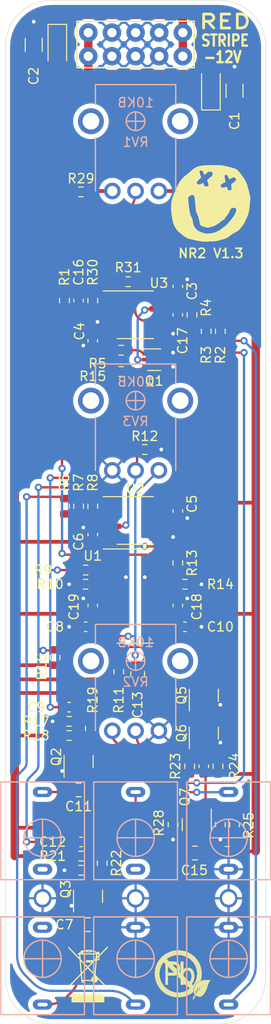
<source format=kicad_pcb>
(kicad_pcb (version 20211014) (generator pcbnew)
  (layers (0 "F.Cu" signal) (31 "B.Cu" signal) (34 "B.Paste" user) (35 "F.Paste" user) (36 "B.SilkS" user "B.Silkscreen") (37 "F.SilkS" user "F.Silkscreen") (38 "B.Mask" user) (39 "F.Mask" user) (44 "Edge.Cuts" user))
  (net 0 "")
  (net 1 "GND")
  (net 2 "+12V")
  (net 3 "Net-(C9-Pad1)")
  (net 4 "-12V")
  (net 5 "Net-(D1-Pad2)")
  (net 6 "Net-(J2-PadT)")
  (net 7 "Net-(J4-PadT)")
  (net 8 "Net-(C16-Pad1)")
  (net 9 "Net-(R10-Pad1)")
  (net 10 "Net-(R12-Pad1)")
  (net 11 "Net-(C7-Pad2)")
  (net 12 "Net-(C7-Pad1)")
  (net 13 "Net-(C8-Pad2)")
  (net 14 "Net-(C10-Pad2)")
  (net 15 "Net-(C11-Pad2)")
  (net 16 "Net-(C11-Pad1)")
  (net 17 "Net-(D2-Pad1)")
  (net 18 "Net-(J3-PadT)")
  (net 22 "Icon")
  (net 23 "Net-(R1-Pad2)")
  (net 24 "Net-(R3-Pad1)")
  (net 25 "Net-(R6-Pad1)")
  (net 26 "Net-(R13-Pad2)")
  (net 27 "Net-(R15-Pad2)")
  (net 30 "LP")
  (net 31 "HP")
  (net 32 "Net-(C12-Pad1)")
  (net 33 "BP")
  (net 34 "Net-(C13-Pad1)")
  (net 35 "Net-(C14-Pad2)")
  (net 36 "Net-(C14-Pad1)")
  (net 37 "Net-(C15-Pad2)")
  (net 38 "Net-(C15-Pad1)")
  (net 39 "Net-(Q1-Pad1)")
  (net 40 "Net-(R29-Pad2)")
  (net 41 "Net-(C16-Pad2)")
  (net 42 "Net-(C17-Pad1)")
  (net 43 "Net-(Q5-Pad1)")
  (net 44 "Net-(Q7-Pad2)")
  (net 45 "Net-(C17-Pad2)")
  (net 46 "Net-(U2-Pad6)")
  (footprint "Resistor_SMD:R_0603_1608Metric" (layer "F.Cu") (at 9.398 -77.724 -90)
    (fp_text reference "R30")
    (fp_text value "100K")
  )
  (footprint "user-main:VASCH5x2_unshrouded" (layer "F.Cu") (at 14 -105.25 180)
    (fp_text reference "J1" hide)
    (fp_text value "POWER" hide)
  )
  (footprint "Resistor_SMD:R_0603_1608Metric" (layer "F.Cu") (at 14.986 -61.722)
    (fp_text reference "R12")
    (fp_text value "5.1K")
  )
  (footprint "Capacitor_SMD:C_0603_1608Metric" (layer "F.Cu") (at 18.542 -76.2 -90)
    (fp_text reference "C17")
    (fp_text value "3.3nF")
  )
  (footprint "Capacitor_SMD:C_0603_1608Metric" (layer "F.Cu") (at 21.336 -27.686 90)
    (fp_text reference "C14" hide)
    (fp_text value "100nF")
  )
  (footprint "Resistor_SMD:R_0603_1608Metric" (layer "F.Cu") (at 23.114 -74.422 -90)
    (fp_text reference "R2")
    (fp_text value "100K")
  )
  (footprint "Resistor_SMD:R_0603_1608Metric" (layer "F.Cu") (at 6.858 -32.512)
    (fp_text reference "R17")
    (fp_text value "2M")
  )
  (footprint "Resistor_SMD:R_0603_1608Metric" (layer "F.Cu") (at 19.812 -27.686 -90)
    (fp_text reference "R23")
    (fp_text value "5.1K")
  )
  (footprint "Diode_SMD:D_SOD-123" (layer "F.Cu") (at 22.098 -100.458 90)
    (fp_text reference "D1" hide)
    (fp_text value "B5819W")
  )
  (footprint "Resistor_SMD:R_0603_1608Metric" (layer "F.Cu") (at 10.414 -17.272 90)
    (fp_text reference "R22")
    (fp_text value "5.1K")
  )
  (footprint "Package_SO:SOIC-16_3.9x9.9mm_P1.27mm" (layer "F.Cu") (at 13.97 -45.974)
    (fp_text reference "U1")
    (fp_text value "LM13700")
  )
  (footprint "Resistor_SMD:R_0603_1608Metric" (layer "F.Cu") (at 8.636 -47.244 180)
    (fp_text reference "R10")
    (fp_text value "1K")
  )
  (footprint "Capacitor_SMD:C_0805_2012Metric" (layer "F.Cu") (at 7.874 -25.146)
    (fp_text reference "C11")
    (fp_text value "470nF")
  )
  (footprint "Capacitor_SMD:C_0805_2012Metric" (layer "F.Cu") (at 20.386 -18.3665)
    (fp_text reference "C15")
    (fp_text value "470nF")
  )
  (footprint "Resistor_SMD:R_0603_1608Metric" (layer "F.Cu") (at 12.446 -72.39 180)
    (fp_text reference "R5")
    (fp_text value "2M")
  )
  (footprint "Resistor_SMD:R_0603_1608Metric" (layer "F.Cu") (at 7.874 -55.626 90)
    (fp_text reference "R7")
    (fp_text value "100K")
  )
  (footprint "Capacitor_SMD:C_0603_1608Metric" (layer "F.Cu") (at 7.874 -77.724 -90)
    (fp_text reference "C16")
    (fp_text value "220pF")
  )
  (footprint "Capacitor_SMD:C_0603_1608Metric" (layer "F.Cu") (at 18.542 -79.248 90)
    (fp_text reference "C3")
    (fp_text value "100nF")
  )
  (footprint "Package_SO:SOIC-8_3.9x4.9mm_P1.27mm" (layer "F.Cu") (at 13.97 -54.102)
    (fp_text reference "U2")
    (fp_text value "TL072")
  )
  (footprint "Resistor_SMD:R_0603_1608Metric" (layer "F.Cu") (at 12.446 -70.104 180)
    (fp_text reference "R15")
    (fp_text value "5.1K")
  )
  (footprint "Package_TO_SOT_SMD:SOT-23" (layer "F.Cu") (at 21.336 -31.242 90)
    (fp_text reference "Q6")
    (fp_text value "BC847C")
  )
  (footprint "user-artwork:smiley" (layer "F.Cu") (at 22.098 -88.138)
    (fp_text reference "G***" hide)
    (fp_text value "LOGO" hide)
  )
  (footprint "Resistor_SMD:R_0603_1608Metric" (layer "F.Cu") (at 13.208 -79.756 180)
    (fp_text reference "R31")
    (fp_text value "100K")
  )
  (footprint "Resistor_SMD:R_0603_1608Metric" (layer "F.Cu") (at 21.59 -74.422 90)
    (fp_text reference "R3")
    (fp_text value "47K")
  )
  (footprint "Resistor_SMD:R_0603_1608Metric" (layer "F.Cu") (at 24.638 -21.4145 90)
    (fp_text reference "R25")
    (fp_text value "1M")
  )
  (footprint "Capacitor_SMD:C_0603_1608Metric" (layer "F.Cu") (at 19.304 -42.672 180)
    (fp_text reference "C10")
    (fp_text value "220pF")
  )
  (footprint "Resistor_SMD:R_0603_1608Metric" (layer "F.Cu") (at 6.35 -55.626 90)
    (fp_text reference "R6")
    (fp_text value "100K")
  )
  (footprint "Capacitor_SMD:C_0603_1608Metric" (layer "F.Cu") (at 8.128 -19.558 180)
    (fp_text reference "C12")
    (fp_text value "100nF")
  )
  (footprint "Package_SO:SOIC-8_3.9x4.9mm_P1.27mm" (layer "F.Cu") (at 13.97 -76.2)
    (fp_text reference "U3")
    (fp_text value "TL072")
  )
  (footprint "Resistor_SMD:R_0603_1608Metric" (layer "F.Cu") (at 6.858 -30.988 180)
    (fp_text reference "R18")
    (fp_text value "1M")
  )
  (footprint "Capacitor_SMD:C_1206_3216Metric" (layer "F.Cu") (at 24.638 -100.281 90)
    (fp_text reference "C1")
    (fp_text value "10uF")
  )
  (footprint "Resistor_SMD:R_0603_1608Metric" (layer "F.Cu") (at 9.398 -55.626 -90)
    (fp_text reference "R8")
    (fp_text value "100K")
  )
  (footprint "Resistor_SMD:R_0603_1608Metric" (layer "F.Cu") (at 19.304 -47.244)
    (fp_text reference "R14")
    (fp_text value "1K")
  )
  (footprint "Capacitor_SMD:C_0603_1608Metric" (layer "F.Cu") (at 6.858 -34.036 180)
    (fp_text reference "C9")
    (fp_text value "100nF")
  )
  (footprint "Resistor_SMD:R_0603_1608Metric" (layer "F.Cu") (at 18.542 -49.53 -90)
    (fp_text reference "R13")
    (fp_text value "100K")
  )
  (footprint "Package_TO_SOT_SMD:SOT-23" (layer "F.Cu") (at 8.89 -13.716 90)
    (fp_text reference "Q3")
    (fp_text value "MMBFJ112")
  )
  (footprint "Capacitor_SMD:C_0603_1608Metric" (layer "F.Cu") (at 9.398 -52.578 -90)
    (fp_text reference "C6")
    (fp_text value "100nF")
  )
  (footprint "Package_TO_SOT_SMD:SOT-23" (layer "F.Cu") (at 21.336 -35.306 90)
    (fp_text reference "Q5")
    (fp_text value "MMBTA63")
  )
  (footprint "Capacitor_SMD:C_1206_3216Metric" (layer "F.Cu") (at 3.048 -105.205 -90)
    (fp_text reference "C2")
    (fp_text value "10uF")
  )
  (footprint "Capacitor_SMD:C_0603_1608Metric" (layer "F.Cu") (at 9.398 -73.406 90)
    (fp_text reference "C4")
    (fp_text value "100nF")
  )
  (footprint "Resistor_SMD:R_0603_1608Metric" (layer "F.Cu") (at 23.876 -18.542 180)
    (fp_text reference "R27" hide)
    (fp_text value "10K")
  )
  (footprint "Capacitor_SMD:C_0805_2012Metric" (layer "F.Cu") (at 14.224 -37.592 90)
    (fp_text reference "C13")
    (fp_text value "470nF")
  )
  (footprint "Resistor_SMD:R_0603_1608Metric" (layer "F.Cu") (at 12.192 -37.846 90)
    (fp_text reference "R11")
    (fp_text value "10K")
  )
  (footprint "Package_TO_SOT_SMD:SOT-23" (layer "F.Cu") (at 20.574 -21.4145 -90)
    (fp_text reference "Q7")
    (fp_text value "BC847C")
  )
  (footprint "Resistor_SMD:R_0603_1608Metric" (layer "F.Cu") (at 22.86 -27.686 90)
    (fp_text reference "R24")
    (fp_text value "10K")
  )
  (footprint "Capacitor_SMD:C_0603_1608Metric" (layer "F.Cu") (at 9.398 -44.958 -90)
    (fp_text reference "C19")
    (fp_text value "100nF")
  )
  (footprint "Symbol:WEEE-Logo_4.2x6mm_SilkScreen" (layer "F.Cu") (at 8.89 -5.334)
    (fp_text reference "REF**" hide)
    (fp_text value "WEEE-Logo_4.2x6mm_SilkScreen" hide)
  )
  (footprint "Resistor_SMD:R_0603_1608Metric" (layer "F.Cu") (at 20.066 -76.2 -90)
    (fp_text reference "R4")
    (fp_text value "1.8K")
  )
  (footprint "Capacitor_SMD:C_0603_1608Metric" (layer "F.Cu") (at 8.636 -42.672)
    (fp_text reference "C8")
    (fp_text value "220pF")
  )
  (footprint "Capacitor_SMD:C_0805_2012Metric" (layer "F.Cu") (at 8.89 -10.668)
    (fp_text reference "C7")
    (fp_text value "470nF")
  )
  (footprint "Resistor_SMD:R_0603_1608Metric" (layer "F.Cu") (at 9.144 -31.75 90)
    (fp_text reference "R19")
    (fp_text value "5.1K")
  )
  (footprint "Diode_SMD:D_SOD-123" (layer "F.Cu") (at 5.588 -105.156 -90)
    (fp_text reference "D2" hide)
    (fp_text value "B5819W")
  )
  (footprint "Resistor_SMD:R_0603_1608Metric" (layer "F.Cu") (at 8.128 -18.034 180)
    (fp_text reference "R21")
    (fp_text value "1M")
  )
  (footprint "Capacitor_SMD:C_0603_1608Metric" (layer "F.Cu") (at 18.542 -44.958 90)
    (fp_text reference "C18")
    (fp_text value "100nF")
  )
  (footprint "Resistor_SMD:R_0603_1608Metric" (layer "F.Cu") (at 23.114 -21.4145 -90)
    (fp_text reference "R26" hide)
    (fp_text value "1M")
  )
  (footprint "Resistor_SMD:R_0603_1608Metric" (layer "F.Cu") (at 8.128 -16.51)
    (fp_text reference "R20" hide)
    (fp_text value "2M")
  )
  (footprint "Capacitor_SMD:C_0603_1608Metric" (layer "F.Cu") (at 18.542 -55.118 -90)
    (fp_text reference "C5")
    (fp_text value "100nF")
  )
  (footprint "Resistor_SMD:R_0603_1608Metric" (layer "F.Cu") (at 18.034 -21.4145 -90)
    (fp_text reference "R28")
    (fp_text value "1K")
  )
  (footprint "Resistor_SMD:R_0603_1608Metric" (layer "F.Cu") (at 6.35 -77.724 90)
    (fp_text reference "R1")
    (fp_text value "100K")
  )
  (footprint "Package_TO_SOT_SMD:SOT-363_SC-70-6" (layer "F.Cu") (at 16.002 -71.374)
    (fp_text reference "Q1")
    (fp_text value "BC847BPN")
  )
  (footprint "Package_TO_SOT_SMD:SOT-23" (layer "F.Cu") (at 7.874 -28.194 90)
    (fp_text reference "Q2")
    (fp_text value "MMBFJ112")
  )
  (footprint "Resistor_SMD:R_0603_1608Metric" (layer "F.Cu") (at 8.636 -48.768)
    (fp_text reference "R9")
    (fp_text value "100K")
  )
  (footprint "user-main:PB_FREE_EAGLE" (layer "F.Cu") (at 18.66175 -5.334)
    (fp_text reference "U$3" hide)
    (fp_text value "Val**" hide)
  )
  (footprint "Resistor_SMD:R_0603_1608Metric" (layer "F.Cu") (at 8.128 -89.408)
    (fp_text reference "R29")
    (fp_text value "3K")
  )
  (footprint "Resistor_SMD:R_0603_1608Metric" (layer "F.Cu") (at 5.334 -39.37 90)
    (fp_text reference "R16")
    (fp_text value "10K")
  )
  (footprint "user_footprints:AudioJack_QuPing_Pushfit" (layer "B.Cu") (at 24 -7)
    (fp_text reference "J2" hide)
    (fp_text value "CV1" hide)
  )
  (footprint "user_footprints:AudioJack_QuPing_Pushfit" (layer "B.Cu") (at 24 -20 180)
    (fp_text reference "J3" hide)
    (fp_text value "CV2" hide)
  )
  (footprint "user_footprints:AudioJack_QuPing_Pushfit" (layer "B.Cu") (at 14 -7)
    (fp_text reference "J4" hide)
    (fp_text value "IN" hide)
  )
  (footprint "user_footprints:AudioJack_QuPing_Pushfit" (layer "B.Cu") (at 4 -20 180)
    (fp_text reference "J5" hide)
    (fp_text value "HP" hide)
  )
  (footprint "user_footprints:AudioJack_QuPing_Pushfit" (layer "B.Cu") (at 4 -7)
    (fp_text reference "J7" hide)
    (fp_text value "LP" hide)
  )
  (footprint "user_footprints:POT_9mm_metal" (layer "B.Cu") (at 14 -97 180)
    (fp_text reference "RV1")
    (fp_text value "10KB")
  )
  (footprint "user_footprints:AudioJack_QuPing_Pushfit" (layer "B.Cu") (at 14 -20 180)
    (fp_text reference "J6" hide)
    (fp_text value "BAD" hide)
  )
  (footprint "user_footprints:POT_9mm_metal" (layer "B.Cu") (at 14 -39 180)
    (fp_text reference "RV2")
    (fp_text value "10KB")
  )
  (footprint "user_footprints:POT_9mm_metal" (layer "B.Cu") (at 14 -66.9775 180)
    (fp_text reference "RV3")
    (fp_text value locked "10KB")
  )
  (gr_line (start 0 -105) (end 0 -5) (layer "Edge.Cuts") (width 0.05))
  (gr_line (start 23 -110) (end 5 -110) (layer "Edge.Cuts") (width 0.05))
  (gr_arc (start 23 -110) (mid 26.535534 -108.535534) (end 28 -105) (layer "Edge.Cuts") (width 0.05))
  (gr_line (start 28 -5) (end 28 -105) (layer "Edge.Cuts") (width 0.05))
  (gr_line (start 5 0) (end 23 0) (layer "Edge.Cuts") (width 0.05))
  (gr_arc (start 5 0) (mid 1.464466 -1.464466) (end 0 -5) (layer "Edge.Cuts") (width 0.05))
  (gr_arc (start 28 -5) (mid 26.535534 -1.464466) (end 23 0) (layer "Edge.Cuts") (width 0.05))
  (gr_arc (start 0 -105) (mid 1.464466 -108.535534) (end 5 -110) (layer "Edge.Cuts") (width 0.05))
  (gr_text "RED" (at 23.622 -107.696) (layer "F.SilkS") (effects (font (size 1.5 1.9) (thickness 0.3))))
  (gr_text "STRIPE" (at 23.622 -105.664) (layer "F.SilkS") (effects (font (size 1.2 1) (thickness 0.25))))
  (gr_text "-12V" (at 23.368 -103.886) (layer "F.SilkS") (effects (font (size 1.2 1) (thickness 0.25))))
  (gr_text "NR2 V1.3" (at 22.098 -82.804) (layer "F.SilkS") (effects (font (size 1 1) (thickness 0.18))))
  (segment (start 20.129 -47.244) (end 21.082 -47.244) (width 0.4) (layer "F.Cu") (net 1))
  (segment (start 10.033 -75.565) (end 9.906 -75.438) (width 0.4) (layer "F.Cu") (net 1))
  (segment (start 8.649 -72.631) (end 8.382 -72.898) (width 0.4) (layer "F.Cu") (net 1))
  (segment (start 18.542 -80.023) (end 19.545 -80.023) (width 0.4) (layer "F.Cu") (net 1))
  (segment (start 7.811 -47.244) (end 6.858 -47.244) (width 0.4) (layer "F.Cu") (net 1))
  (segment (start 7.94 -12.7785) (end 7.8615 -12.7) (width 0.4) (layer "F.Cu") (net 1))
  (segment (start 22.3645 -30.226) (end 23.114 -30.226) (width 0.4) (layer "F.Cu") (net 1))
  (segment (start 18.034 -20.5895) (end 18.034 -19.812) (width 0.4) (layer "F.Cu") (net 1))
  (segment (start 16.445 -52.197) (end 17.907 -52.197) (width 0.4) (layer "F.Cu") (net 1))
  (segment (start 17.922 -72.024) (end 18.034 -72.136) (width 0.4) (layer "F.Cu") (net 1))
  (segment (start 11.495 -75.565) (end 10.033 -75.565) (width 0.4) (layer "F.Cu") (net 1))
  (segment (start 17.907 -74.295) (end 18.034 -74.168) (width 0.4) (layer "F.Cu") (net 1))
  (segment (start 16.445 -74.295) (end 17.907 -74.295) (width 0.4) (layer "F.Cu") (net 1))
  (segment (start 24.638 -101.756) (end 24.638 -102.87) (width 0.9) (layer "F.Cu") (net 1))
  (segment (start 17.922 -70.724) (end 18.034 -70.612) (width 0.4) (layer "F.Cu") (net 1))
  (segment (start 20.079 -42.672) (end 21.082 -42.672) (width 0.4) (layer "F.Cu") (net 1))
  (segment (start 17.907 -52.197) (end 18.034 -52.324) (width 0.4) (layer "F.Cu") (net 1))
  (segment (start 15.811 -61.722) (end 16.764 -61.722) (width 0.4) (layer "F.Cu") (net 1))
  (segment (start 8.395 -45.733) (end 8.382 -45.72) (width 0.4) (layer "F.Cu") (net 1))
  (segment (start 18.542 -45.733) (end 19.545 -45.733) (width 0.4) (layer "F.Cu") (net 1))
  (segment (start 22.286 -30.3045) (end 22.3645 -30.226) (width 0.4) (layer "F.Cu") (net 1))
  (segment (start 15.113 -47.879) (end 14.986 -48.006) (width 0.4) (layer "F.Cu") (net 1))
  (segment (start 8.395 -53.353) (end 8.382 -53.34) (width 0.4) (layer "F.Cu") (net 1))
  (segment (start 3.048 -106.68) (end 3.048 -107.696) (width 0.9) (layer "F.Cu") (net 1))
  (segment (start 9.398 -72.631) (end 8.649 -72.631) (width 0.4) (layer "F.Cu") (net 1))
  (segment (start 22.286 -34.3685) (end 22.3645 -34.29) (width 0.4) (layer "F.Cu") (net 1))
  (segment (start 18.542 -54.343) (end 19.545 -54.343) (width 0.4) (layer "F.Cu") (net 1))
  (segment (start 12.827 -47.879) (end 12.954 -48.006) (width 0.4) (layer "F.Cu") (net 1))
  (segment (start 9.398 -53.353) (end 8.395 -53.353) (width 0.4) (layer "F.Cu") (net 1))
  (segment (start 6.033 -32.512) (end 5.08 -32.512) (width 0.4) (layer "F.Cu") (net 1))
  (segment (start 9.398 -45.733) (end 8.395 -45.733) (width 0.4) (layer "F.Cu") (net 1))
  (segment (start 22.3645 -34.29) (end 23.114 -34.29) (width 0.4) (layer "F.Cu") (net 1))
  (segment (start 6.924 -27.2565) (end 6.8455 -27.178) (width 0.4) (layer "F.Cu") (net 1))
  (segment (start 6.8455 -27.178) (end 6.096 -27.178) (width 0.4) (layer "F.Cu") (net 1))
  (segment (start 16.445 -47.879) (end 15.113 -47.879) (width 0.4) (layer "F.Cu") (net 1))
  (segment (start 11.495 -47.879) (end 12.827 -47.879) (width 0.4) (layer "F.Cu") (net 1))
  (segment (start 7.8615 -12.7) (end 7.112 -12.7) (width 0.4) (layer "F.Cu") (net 1))
  (segment (start 19.545 -54.343) (end 19.558 -54.356) (width 0.4) (layer "F.Cu") (net 1))
  (segment (start 7.303 -16.51) (end 6.35 -16.51) (width 0.4) (layer "F.Cu") (net 1))
  (segment (start 19.545 -80.023) (end 19.558 -80.01) (width 0.4) (layer "F.Cu") (net 1))
  (segment (start 23.114 -20.5895) (end 23.114 -19.812) (width 0.4) (layer "F.Cu") (net 1))
  (segment (start 7.861 -42.672) (end 6.858 -42.672) (width 0.4) (layer "F.Cu") (net 1))
  (segment (start 16.952 -72.024) (end 17.922 -72.024) (width 0.4) (layer "F.Cu") (net 1))
  (segment (start 19.545 -45.733) (end 19.558 -45.72) (width 0.4) (layer "F.Cu") (net 1))
  (segment (start 16.952 -70.724) (end 17.922 -70.724) (width 0.4) (layer "F.Cu") (net 1))
  (via (at 16.764 -61.722) (size 0.8) (drill 0.4) (layers "F.Cu" "B.Cu") (net 1))
  (via (at 18.034 -52.324) (size 0.8) (drill 0.4) (layers "F.Cu" "B.Cu") (net 1))
  (via (at 8.382 -53.34) (size 0.8) (drill 0.4) (layers "F.Cu" "B.Cu") (net 1))
  (via (at 6.096 -27.178) (size 0.8) (drill 0.4) (layers "F.Cu" "B.Cu") (net 1))
  (via (at 9.906 -75.438) (size 0.8) (drill 0.4) (layers "F.Cu" "B.Cu") (net 1))
  (via (at 6.858 -47.244) (size 0.8) (drill 0.4) (layers "F.Cu" "B.Cu") (net 1))
  (via (at 24.638 -102.87) (size 0.9) (drill 0.4) (layers "F.Cu" "B.Cu") (net 1))
  (via (at 23.114 -34.29) (size 0.8) (drill 0.4) (layers "F.Cu" "B.Cu") (net 1))
  (via (at 18.034 -70.612) (size 0.8) (drill 0.4) (layers "F.Cu" "B.Cu") (net 1))
  (via (at 18.034 -19.812) (size 0.8) (drill 0.4) (layers "F.Cu" "B.Cu") (net 1))
  (via (at 7.112 -12.7) (size 0.8) (drill 0.4) (layers "F.Cu" "B.Cu") (net 1))
  (via (at 6.858 -42.672) (size 0.8) (drill 0.4) (layers "F.Cu" "B.Cu") (net 1))
  (via (at 18.034 -72.136) (size 0.8) (drill 0.4) (layers "F.Cu" "B.Cu") (net 1))
  (via (at 21.082 -47.244) (size 0.8) (drill 0.4) (layers "F.Cu" "B.Cu") (net 1))
  (via (at 8.382 -45.72) (size 0.8) (drill 0.4) (layers "F.Cu" "B.Cu") (net 1))
  (via (at 8.382 -72.898) (size 0.8) (drill 0.4) (layers "F.Cu" "B.Cu") (net 1))
  (via (at 3.048 -107.696) (size 0.9) (drill 0.4) (layers "F.Cu" "B.Cu") (net 1))
  (via (at 18.034 -74.168) (size 0.8) (drill 0.4) (layers "F.Cu" "B.Cu") (net 1))
  (via (at 23.114 -30.226) (size 0.8) (drill 0.4) (layers "F.Cu" "B.Cu") (net 1))
  (via (at 19.558 -80.01) (size 0.8) (drill 0.4) (layers "F.Cu" "B.Cu") (net 1))
  (via (at 23.114 -19.812) (size 0.8) (drill 0.4) (layers "F.Cu" "B.Cu") (net 1))
  (via (at 19.558 -54.356) (size 0.8) (drill 0.4) (layers "F.Cu" "B.Cu") (net 1))
  (via (at 19.558 -45.72) (size 0.8) (drill 0.4) (layers "F.Cu" "B.Cu") (net 1))
  (via (at 5.08 -32.512) (size 0.8) (drill 0.4) (layers "F.Cu" "B.Cu") (net 1))
  (via (at 14.986 -48.006) (size 0.8) (drill 0.4) (layers "F.Cu" "B.Cu") (net 1))
  (via (at 21.082 -42.672) (size 0.8) (drill 0.4) (layers "F.Cu" "B.Cu") (net 1))
  (via (at 6.35 -16.51) (size 0.8) (drill 0.4) (layers "F.Cu" "B.Cu") (net 1))
  (via (at 12.954 -48.006) (size 0.8) (drill 0.4) (layers "F.Cu" "B.Cu") (net 1))
  (segment (start 16.445 -44.069) (end 26.797 -44.069) (width 0.4) (layer "F.Cu") (net 2))
  (segment (start 22.86 -26.861) (end 26.607 -26.861) (width 0.4) (layer "F.Cu") (net 2))
  (segment (start 26.797 -44.069) (end 26.924 -44.196) (width 0.4) (layer "F.Cu") (net 2))
  (segment (start 26.924 -78.486) (end 26.924 -55.88) (width 0.9) (layer "F.Cu") (net 2))
  (segment (start 24.638 -98.806) (end 26.924 -96.52) (width 0.9) (layer "F.Cu") (net 2))
  (segment (start 26.924 -55.88) (end 26.924 -44.196) (width 0.9) (layer "F.Cu") (net 2))
  (segment (start 26.924 -27.178) (end 26.924 -20.574) (width 0.9) (layer "F.Cu") (net 2))
  (segment (start 26.9085 -20.5895) (end 26.924 -20.574) (width 0.4) (layer "F.Cu") (net 2))
  (segment (start 26.924 -44.196) (end 26.924 -27.178) (width 0.9) (layer "F.Cu") (net 2))
  (segment (start 26.797 -56.007) (end 26.924 -55.88) (width 0.4) (layer "F.Cu") (net 2))
  (segment (start 16.5 -89.498) (end 26.834 -89.498) (width 0.4) (layer "F.Cu") (net 2))
  (segment (start 16.445 -56.007) (end 26.797 -56.007) (width 0.4) (layer "F.Cu") (net 2))
  (segment (start 22.098 -98.808) (end 24.636 -98.808) (width 0.9) (layer "F.Cu") (net 2))
  (segment (start 26.924 -20.574) (end 26.924 -18.542) (width 0.9) (layer "F.Cu") (net 2))
  (segment (start 24.638 -20.5895) (end 26.9085 -20.5895) (width 0.4) (layer "F.Cu") (net 2))
  (segment (start 17.545447 -78.251447) (end 17.633554 -78.339554) (width 0.4) (layer "F.Cu") (net 2))
  (segment (start 26.924 -96.52) (end 26.924 -89.408) (width 0.9) (layer "F.Cu") (net 2))
  (segment (start 24.701 -18.542) (end 26.924 -18.542) (width 0.4) (layer "F.Cu") (net 2))
  (segment (start 26.607 -26.861) (end 26.924 -27.178) (width 0.4) (layer "F.Cu") (net 2))
  (segment (start 26.924 -89.408) (end 26.924 -78.486) (width 0.9) (layer "F.Cu") (net 2))
  (segment (start 16.445 -78.105) (end 17.191893 -78.105) (width 0.4) (layer "F.Cu") (net 2))
  (segment (start 17.987107 -78.486) (end 26.924 -78.486) (width 0.4) (layer "F.Cu") (net 2))
  (segment (start 24.636 -98.808) (end 24.638 -98.806) (width 0.9) (layer "F.Cu") (net 2))
  (segment (start 26.834 -89.498) (end 26.924 -89.408) (width 0.4) (layer "F.Cu") (net 2))
  (arc (start 17.545447 -78.251447) (mid 17.383235 -78.14306) (end 17.191893 -78.105) (width 0.4) (layer "F.Cu") (net 2))
  (arc (start 17.987107 -78.486) (mid 17.795766 -78.44794) (end 17.633554 -78.339554) (width 0.4) (layer "F.Cu") (net 2))
  (segment (start 7.683 -30.988) (end 7.683 -32.512) (width 0.25) (layer "F.Cu") (net 3))
  (segment (start 7.874 -29.1315) (end 7.874 -30.797) (width 0.25) (layer "F.Cu") (net 3))
  (segment (start 7.683 -32.512) (end 7.683 -33.986) (width 0.25) (layer "F.Cu") (net 3))
  (segment (start 7.874 -30.797) (end 7.683 -30.988) (width 0.25) (layer "F.Cu") (net 3))
  (segment (start 7.683 -33.986) (end 7.633 -34.036) (width 0.25) (layer "F.Cu") (net 3))
  (segment (start 9.398 -51.803) (end 1.029 -51.803) (width 0.4) (layer "F.Cu") (net 4))
  (segment (start 1.27 -21.082) (end 1.016 -20.828) (width 0.4) (layer "F.Cu") (net 4))
  (segment (start 1.016 -30.734) (end 1.016 -20.828) (width 0.9) (layer "F.Cu") (net 4))
  (segment (start 12.192 -37.021) (end 1.079 -37.021) (width 0.4) (layer "F.Cu") (net 4))
  (segment (start 11.495 -74.295) (end 1.143 -74.295) (width 0.4) (layer "F.Cu") (net 4))
  (segment (start 1.016 -89.154) (end 1.016 -74.168) (width 0.9) (layer "F.Cu") (net 4))
  (segment (start 1.079 -37.021) (end 1.016 -37.084) (width 0.4) (layer "F.Cu") (net 4))
  (segment (start 9.792 -52.197) (end 11.495 -52.197) (width 0.4) (layer "F.Cu") (net 4))
  (segment (start 5.334 -38.545) (end 1.207 -38.545) (width 0.4) (layer "F.Cu") (net 4))
  (segment (start 1.016 -37.084) (end 1.016 -35.306) (width 0.9) (layer "F.Cu") (net 4))
  (segment (start 1.27 -30.988) (end 1.016 -30.734) (width 0.4) (layer "F.Cu") (net 4))
  (segment (start 1.016 -51.816) (end 1.016 -37.084) (width 0.9) (layer "F.Cu") (net 4))
  (segment (start 1.397 -44.069) (end 11.495 -44.069) (width 0.4) (layer "F.Cu") (net 4))
  (segment (start 1.27 -35.56) (end 1.016 -35.306) (width 0.4) (layer "F.Cu") (net 4))
  (segment (start 10.121107 -20.358893) (end 9.690893 -20.789107) (width 0.4) (layer "F.Cu") (net 4))
  (segment (start 1.207 -38.545) (end 1.016 -38.354) (width 0.4) (layer "F.Cu") (net 4))
  (segment (start 1.029 -51.803) (end 1.016 -51.816) (width 0.4) (layer "F.Cu") (net 4))
  (segment (start 7.967786 -35.56) (end 1.27 -35.56) (width 0.4) (layer "F.Cu") (net 4))
  (segment (start 7.303 -18.034) (end 1.016 -18.034) (width 0.4) (layer "F.Cu") (net 4))
  (segment (start 6.033 -30.988) (end 1.27 -30.988) (width 0.4) (layer "F.Cu") (net 4))
  (segment (start 1.016 -20.828) (end 1.016 -18.034) (width 0.9) (layer "F.Cu") (net 4))
  (segment (start 1.016 -102.362) (end 1.016 -89.154) (width 0.9) (layer "F.Cu") (net 4))
  (segment (start 1.143 -74.295) (end 1.016 -74.168) (width 0.4) (layer "F.Cu") (net 4))
  (segment (start 7.303 -89.408) (end 1.27 -89.408) (width 0.4) (layer "F.Cu") (net 4))
  (segment (start 9.398 -51.803) (end 9.792 -52.197) (width 0.4) (layer "F.Cu") (net 4))
  (segment (start 11.621 -74.169) (end 11.495 -74.295) (width 0.4) (layer "F.Cu") (net 4))
  (segment (start 11.621 -72.39) (end 11.621 -74.169) (width 0.4) (layer "F.Cu") (net 4))
  (segment (start 8.983786 -21.082) (end 1.27 -21.082) (width 0.4) (layer "F.Cu") (net 4))
  (segment (start 10.414 -18.097) (end 10.414 -19.651786) (width 0.4) (layer "F.Cu") (net 4))
  (segment (start 5.588 -103.506) (end 2.16 -103.506) (width 0.9) (layer "F.Cu") (net 4))
  (segment (start 9.144 -32.575) (end 9.144 -34.383786) (width 0.4) (layer "F.Cu") (net 4))
  (segment (start 1.016 -74.168) (end 1.016 -51.816) (width 0.9) (layer "F.Cu") (net 4))
  (segment (start 8.851107 -35.090893) (end 8.674893 -35.267107) (width 0.4) (layer "F.Cu") (net 4))
  (segment (start 1.016 -35.306) (end 1.016 -30.734) (width 0.9) (layer "F.Cu") (net 4))
  (segment (start 1.27 -89.408) (end 1.016 -89.154) (width 0.4) (layer "F.Cu") (net 4))
  (segment (start 2.16 -103.506) (end 1.016 -102.362) (width 0.9) (layer "F.Cu") (net 4))
  (arc (start 10.414 -19.651786) (mid 10.33788 -20.034469) (end 10.121107 -20.358893) (width 0.4) (layer "F.Cu") (net 4))
  (arc (start 8.851107 -35.090893) (mid 9.06788 -34.76647) (end 9.144 -34.383786) (width 0.4) (layer "F.Cu") (net 4))
  (arc (start 8.983786 -21.082) (mid 9.366469 -21.00588) (end 9.690893 -20.789107) (width 0.4) (layer "F.Cu") (net 4))
  (arc (start 8.674893 -35.267107) (mid 8.35047 -35.48388) (end 7.967786 -35.56) (width 0.4) (layer "F.Cu") (net 4))
  (segment (start 9.405298 -102.080489) (end 8.92 -102.565787) (width 0.9) (layer "F.Cu") (net 5))
  (segment (start 22.098 -102.108) (end 22.070489 -102.080489) (width 0.9) (layer "F.Cu") (net 5))
  (segment (start 22.070489 -102.080489) (end 9.405298 -102.080489) (width 0.9) (layer "F.Cu") (net 5))
  (segment (start 8.92 -103.98) (end 8.92 -106.52) (width 0.9) (layer "F.Cu") (net 5))
  (segment (start 8.92 -102.565787) (end 8.92 -103.98) (width 0.9) (layer "F.Cu") (net 5))
  (segment (start 23.114 -73.597) (end 23.305 -73.406) (width 0.25) (layer "F.Cu") (net 6))
  (segment (start 23.305 -73.406) (end 25.654 -73.406) (width 0.25) (layer "F.Cu") (net 6))
  (via (at 25.654 -73.406) (size 0.8) (drill 0.4) (layers "F.Cu" "B.Cu") (net 6))
  (segment (start 26.924 -71.721786) (end 26.924 -6.246641) (width 0.25) (layer "B.Cu") (net 6))
  (segment (start 25.654 -73.406) (end 26.631107 -72.428893) (width 0.25) (layer "B.Cu") (net 6))
  (segment (start 26.04532 -4.12532) (end 24 -2.08) (width 0.25) (layer "B.Cu") (net 6))
  (arc (start 26.631107 -72.428893) (mid 26.84788 -72.10447) (end 26.924 -71.721786) (width 0.25) (layer "B.Cu") (net 6))
  (arc (start 26.924 -6.246641) (mid 26.695638 -5.09859) (end 26.04532 -4.12532) (width 0.25) (layer "B.Cu") (net 6))
  (segment (start 6.35 -56.451) (end 6.159 -56.642) (width 0.25) (layer "F.Cu") (net 7))
  (segment (start 6.159 -56.642) (end 2.286 -56.642) (width 0.25) (layer "F.Cu") (net 7))
  (via (at 2.286 -56.642) (size 0.8) (drill 0.4) (layers "F.Cu" "B.Cu") (net 7))
  (segment (start 1.562893 -26.962893) (end 1.993107 -27.393107) (width 0.25) (layer "B.Cu") (net 7))
  (segment (start 14 -2.08) (end 13.402679 -2.677321) (width 0.25) (layer "B.Cu") (net 7))
  (segment (start 2.93132 -4.43468) (end 2.148679 -5.217321) (width 0.25) (layer "B.Cu") (net 7))
  (segment (start 1.27 -7.338641) (end 1.27 -26.255786) (width 0.25) (layer "B.Cu") (net 7))
  (segment (start 2.286 -28.100214) (end 2.286 -56.642) (width 0.25) (layer "B.Cu") (net 7))
  (segment (start 11.281359 -3.556) (end 5.052641 -3.556) (width 0.25) (layer "B.Cu") (net 7))
  (arc (start 1.27 -7.338641) (mid 1.498361 -6.190591) (end 2.148679 -5.217321) (width 0.25) (layer "B.Cu") (net 7))
  (arc (start 13.402679 -2.677321) (mid 12.429409 -3.327639) (end 11.281359 -3.556) (width 0.25) (layer "B.Cu") (net 7))
  (arc (start 5.052641 -3.556) (mid 3.90459 -3.784362) (end 2.93132 -4.43468) (width 0.25) (layer "B.Cu") (net 7))
  (arc (start 1.993107 -27.393107) (mid 2.20988 -27.71753) (end 2.286 -28.100214) (width 0.25) (layer "B.Cu") (net 7))
  (arc (start 1.562893 -26.962893) (mid 1.34612 -26.63847) (end 1.27 -26.255786) (width 0.25) (layer "B.Cu") (net 7))
  (segment (start 11.495 -78.105) (end 11.857893 -78.105) (width 0.25) (layer "F.Cu") (net 8))
  (segment (start 12.446 -79.693) (end 12.383 -79.756) (width 0.25) (layer "F.Cu") (net 8))
  (segment (start 12.211447 -78.251447) (end 12.299554 -78.339554) (width 0.25) (layer "F.Cu") (net 8))
  (segment (start 10.394553 -78.251447) (end 10.243446 -78.402554) (width 0.25) (layer "F.Cu") (net 8))
  (segment (start 7.874 -78.499) (end 9.348 -78.499) (width 0.25) (layer "F.Cu") (net 8))
  (segment (start 12.446 -78.693107) (end 12.446 -79.693) (width 0.25) (layer "F.Cu") (net 8))
  (segment (start 9.348 -78.499) (end 9.398 -78.549) (width 0.25) (layer "F.Cu") (net 8))
  (segment (start 9.889893 -78.549) (end 9.398 -78.549) (width 0.25) (layer "F.Cu") (net 8))
  (segment (start 11.495 -78.105) (end 10.748107 -78.105) (width 0.25) (layer "F.Cu") (net 8))
  (arc (start 10.394553 -78.251447) (mid 10.556765 -78.14306) (end 10.748107 -78.105) (width 0.25) (layer "F.Cu") (net 8))
  (arc (start 11.857893 -78.105) (mid 12.049235 -78.14306) (end 12.211447 -78.251447) (width 0.25) (layer "F.Cu") (net 8))
  (arc (start 10.243446 -78.402554) (mid 10.081234 -78.51094) (end 9.889893 -78.549) (width 0.25) (layer "F.Cu") (net 8))
  (arc (start 12.446 -78.693107) (mid 12.40794 -78.501766) (end 12.299554 -78.339554) (width 0.25) (layer "F.Cu") (net 8))
  (segment (start 11.495 -46.609) (end 10.510214 -46.609) (width 0.25) (layer "F.Cu") (net 9))
  (segment (start 9.803107 -46.901893) (end 9.461 -47.244) (width 0.25) (layer "F.Cu") (net 9))
  (segment (start 9.461 -47.244) (end 9.461 -48.768) (width 0.25) (layer "F.Cu") (net 9))
  (arc (start 10.510214 -46.609) (mid 10.127531 -46.68512) (end 9.803107 -46.901893) (width 0.25) (layer "F.Cu") (net 9))
  (segment (start 12.954 -53.594) (end 12.827 -53.467) (width 0.25) (layer "F.Cu") (net 10))
  (segment (start 14.161 -59.6365) (end 14 -59.4755) (width 0.25) (layer "F.Cu") (net 10))
  (segment (start 12.827 -53.467) (end 11.495 -53.467) (width 0.25) (layer "F.Cu") (net 10))
  (segment (start 14.161 -61.722) (end 14.161 -59.6365) (width 0.25) (layer "F.Cu") (net 10))
  (via (at 12.954 -53.594) (size 0.8) (drill 0.4) (layers "F.Cu" "B.Cu") (net 10))
  (segment (start 13.500893 -57.696893) (end 13.707107 -57.903107) (width 0.25) (layer "B.Cu") (net 10))
  (segment (start 12.954 -53.594) (end 13.208 -53.848) (width 0.25) (layer "B.Cu") (net 10))
  (segment (start 14 -58.610214) (end 14 -59.4755) (width 0.25) (layer "B.Cu") (net 10))
  (segment (start 13.208 -53.848) (end 13.208 -56.989786) (width 0.25) (layer "B.Cu") (net 10))
  (arc (start 13.707107 -57.903107) (mid 13.92388 -58.22753) (end 14 -58.610214) (width 0.25) (layer "B.Cu") (net 10))
  (arc (start 13.208 -56.989786) (mid 13.28412 -57.372469) (end 13.500893 -57.696893) (width 0.25) (layer "B.Cu") (net 10))
  (segment (start 9.84 -12.7785) (end 9.84 -15.458786) (width 0.25) (layer "F.Cu") (net 11))
  (segment (start 10.132893 -16.165893) (end 10.414 -16.447) (width 0.25) (layer "F.Cu") (net 11))
  (segment (start 9.84 -10.668) (end 9.84 -12.7785) (width 0.25) (layer "F.Cu") (net 11))
  (arc (start 9.84 -15.458786) (mid 9.91612 -15.841469) (end 10.132893 -16.165893) (width 0.25) (layer "F.Cu") (net 11))
  (segment (start 7.94 -5.494641) (end 7.94 -10.668) (width 0.25) (layer "F.Cu") (net 12))
  (segment (start 4 -2.08) (end 4.525359 -2.08) (width 0.25) (layer "F.Cu") (net 12))
  (segment (start 6.64668 -2.95868) (end 7.061321 -3.373321) (width 0.25) (layer "F.Cu") (net 12))
  (arc (start 7.061321 -3.373321) (mid 7.711639 -4.346591) (end 7.94 -5.494641) (width 0.25) (layer "F.Cu") (net 12))
  (arc (start 6.64668 -2.95868) (mid 5.67341 -2.308361) (end 4.525359 -2.08) (width 0.25) (layer "F.Cu") (net 12))
  (segment (start 11.495 -45.339) (end 12.158786 -45.339) (width 0.25) (layer "F.Cu") (net 13))
  (segment (start 11.495 -42.799) (end 9.538 -42.799) (width 0.25) (layer "F.Cu") (net 13))
  (segment (start 12.865893 -43.091893) (end 12.915107 -43.141107) (width 0.25) (layer "F.Cu") (net 13))
  (segment (start 12.865893 -45.046107) (end 12.915107 -44.996893) (width 0.25) (layer "F.Cu") (net 13))
  (segment (start 13.208 -43.848214) (end 13.208 -44.289786) (width 0.25) (layer "F.Cu") (net 13))
  (segment (start 9.538 -42.799) (end 9.411 -42.672) (width 0.25) (layer "F.Cu") (net 13))
  (segment (start 11.495 -42.799) (end 12.158786 -42.799) (width 0.25) (layer "F.Cu") (net 13))
  (arc (start 13.208 -43.848214) (mid 13.13188 -43.465531) (end 12.915107 -43.141107) (width 0.25) (layer "F.Cu") (net 13))
  (arc (start 13.208 -44.289786) (mid 13.13188 -44.672469) (end 12.915107 -44.996893) (width 0.25) (layer "F.Cu") (net 13))
  (arc (start 12.158786 -42.799) (mid 12.541469 -42.87512) (end 12.865893 -43.091893) (width 0.25) (layer "F.Cu") (net 13))
  (arc (start 12.865893 -45.046107) (mid 12.54147 -45.26288) (end 12.158786 -45.339) (width 0.25) (layer "F.Cu") (net 13))
  (segment (start 16.445 -42.799) (end 18.402 -42.799) (width 0.25) (layer "F.Cu") (net 14))
  (segment (start 14.732 -43.848214) (end 14.732 -44.289786) (width 0.25) (layer "F.Cu") (net 14))
  (segment (start 18.402 -42.799) (end 18.529 -42.672) (width 0.25) (layer "F.Cu") (net 14))
  (segment (start 15.781214 -45.339) (end 16.445 -45.339) (width 0.25) (layer "F.Cu") (net 14))
  (segment (start 15.024893 -44.996893) (end 15.074107 -45.046107) (width 0.25) (layer "F.Cu") (net 14))
  (segment (start 15.074107 -43.091893) (end 15.024893 -43.141107) (width 0.25) (layer "F.Cu") (net 14))
  (segment (start 16.445 -42.799) (end 15.781214 -42.799) (width 0.25) (layer "F.Cu") (net 14))
  (arc (start 15.781214 -45.339) (mid 15.398531 -45.26288) (end 15.074107 -45.046107) (width 0.25) (layer "F.Cu") (net 14))
  (arc (start 15.074107 -43.091893) (mid 15.39853 -42.87512) (end 15.781214 -42.799) (width 0.25) (layer "F.Cu") (net 14))
  (arc (start 15.024893 -43.141107) (mid 14.80812 -43.46553) (end 14.732 -43.848214) (width 0.25) (layer "F.Cu") (net 14))
  (arc (start 15.024893 -44.996893) (mid 14.80812 -44.67247) (end 14.732 -44.289786) (width 0.25) (layer "F.Cu") (net 14))
  (segment (start 8.824 -27.2565) (end 8.824 -30.605) (width 0.25) (layer "F.Cu") (net 15))
  (segment (start 8.824 -30.605) (end 9.144 -30.925) (width 0.25) (layer "F.Cu") (net 15))
  (segment (start 8.824 -27.2565) (end 8.824 -25.146) (width 0.25) (layer "F.Cu") (net 15))
  (segment (start 6.924 -25.146) (end 6.698 -24.92) (width 0.25) (layer "F.Cu") (net 16))
  (segment (start 6.698 -24.92) (end 4 -24.92) (width 0.25) (layer "F.Cu") (net 16))
  (segment (start 19.08 -107.934213) (end 18.594702 -108.419511) (width 0.9) (layer "F.Cu") (net 17))
  (segment (start 18.594702 -108.419511) (end 7.201511 -108.419511) (width 0.9) (layer "F.Cu") (net 17))
  (segment (start 7.201511 -108.419511) (end 5.588 -106.806) (width 0.9) (layer "F.Cu") (net 17))
  (segment (start 19.08 -106.52) (end 19.08 -107.934213) (width 0.9) (layer "F.Cu") (net 17))
  (segment (start 19.08 -103.98) (end 19.08 -106.52) (width 0.9) (layer "F.Cu") (net 17))
  (segment (start 20.574 -24.892) (end 19.343068 -24.892) (width 0.25) (layer "F.Cu") (net 18))
  (segment (start 11.5 -31.078214) (end 11.5 -31.498) (width 0.25) (layer "F.Cu") (net 18))
  (segment (start 15.807534 -26.356466) (end 11.792893 -30.371107) (width 0.25) (layer "F.Cu") (net 18))
  (via (at 20.574 -24.892) (size 0.8) (drill 0.4) (layers "F.Cu" "B.Cu") (net 18))
  (arc (start 11.792893 -30.371107) (mid 11.57612 -30.69553) (end 11.5 -31.078214) (width 0.25) (layer "F.Cu") (net 18))
  (arc (start 19.343068 -24.892) (mid 17.429651 -25.272602) (end 15.807534 -26.356466) (width 0.25) (layer "F.Cu") (net 18))
  (segment (start 23.972 -24.892) (end 20.574 -24.892) (width 0.25) (layer "B.Cu") (net 18))
  (segment (start 24 -24.92) (end 23.972 -24.892) (width 0.25) (layer "B.Cu") (net 18))
  (segment (start 14.017786 -70.104) (end 13.271 -70.104) (width 0.25) (layer "F.Cu") (net 22))
  (segment (start 15.052 -70.724) (end 14.724893 -70.396893) (width 0.25) (layer "F.Cu") (net 22))
  (arc (start 14.724893 -70.396893) (mid 14.40047 -70.18012) (end 14.017786 -70.104) (width 0.25) (layer "F.Cu") (net 22))
  (segment (start 6.35 -78.549) (end 6.35 -79.275359) (width 0.25) (layer "F.Cu") (net 23))
  (segment (start 7.22868 -81.39668) (end 13.121321 -87.289321) (width 0.25) (layer "F.Cu") (net 23))
  (segment (start 14 -89.410641) (end 14 -89.498) (width 0.25) (layer "F.Cu") (net 23))
  (arc (start 7.22868 -81.39668) (mid 6.578361 -80.42341) (end 6.35 -79.275359) (width 0.25) (layer "F.Cu") (net 23))
  (arc (start 13.121321 -87.289321) (mid 13.771639 -88.262591) (end 14 -89.410641) (width 0.25) (layer "F.Cu") (net 23))
  (segment (start 14 -31.467849) (end 14 -31.498) (width 0.25) (layer "F.Cu") (net 24))
  (segment (start 22.465213 -72.721787) (end 21.59 -73.597) (width 0.25) (layer "F.Cu") (net 24))
  (segment (start 20.574 -25.908) (end 19.559849 -25.908) (width 0.25) (layer "F.Cu") (net 24))
  (segment (start 25.654 -72.136) (end 23.879427 -72.136) (width 0.25) (layer "F.Cu") (net 24))
  (segment (start 17.438528 -26.78668) (end 14.878679 -29.346529) (width 0.25) (layer "F.Cu") (net 24))
  (via (at 20.574 -25.908) (size 0.8) (drill 0.4) (layers "F.Cu" "B.Cu") (net 24))
  (via (at 25.654 -72.136) (size 0.8) (drill 0.4) (layers "F.Cu" "B.Cu") (net 24))
  (arc (start 22.465213 -72.721787) (mid 23.11406 -72.288241) (end 23.879427 -72.136) (width 0.25) (layer "F.Cu") (net 24))
  (arc (start 14 -31.467849) (mid 14.228361 -30.319799) (end 14.878679 -29.346529) (width 0.25) (layer "F.Cu") (net 24))
  (arc (start 19.559849 -25.908) (mid 18.411798 -26.136362) (end 17.438528 -26.78668) (width 0.25) (layer "F.Cu") (net 24))
  (segment (start 25.361107 -26.377107) (end 25.184893 -26.200893) (width 0.25) (layer "B.Cu") (net 24))
  (segment (start 25.654 -72.136) (end 25.654 -27.084214) (width 0.25) (layer "B.Cu") (net 24))
  (segment (start 24.477786 -25.908) (end 20.574 -25.908) (width 0.25) (layer "B.Cu") (net 24))
  (arc (start 25.184893 -26.200893) (mid 24.86047 -25.98412) (end 24.477786 -25.908) (width 0.25) (layer "B.Cu") (net 24))
  (arc (start 25.361107 -26.377107) (mid 25.57788 -26.70153) (end 25.654 -27.084214) (width 0.25) (layer "B.Cu") (net 24))
  (segment (start 11.495 -54.737) (end 6.414 -54.737) (width 0.25) (layer "F.Cu") (net 25))
  (segment (start 6.414 -54.737) (end 6.35 -54.801) (width 0.25) (layer "F.Cu") (net 25))
  (segment (start 18.542 -47.307) (end 18.479 -47.244) (width 0.25) (layer "F.Cu") (net 26))
  (segment (start 16.445 -46.609) (end 17.429786 -46.609) (width 0.25) (layer "F.Cu") (net 26))
  (segment (start 18.136893 -46.901893) (end 18.479 -47.244) (width 0.25) (layer "F.Cu") (net 26))
  (segment (start 18.542 -48.705) (end 18.542 -47.307) (width 0.25) (layer "F.Cu") (net 26))
  (arc (start 17.429786 -46.609) (mid 17.812469 -46.68512) (end 18.136893 -46.901893) (width 0.25) (layer "F.Cu") (net 26))
  (segment (start 6.223 -50.419) (end 6.096 -50.546) (width 0.25) (layer "F.Cu") (net 27))
  (segment (start 6.096 -59.69) (end 6.096 -68.005573) (width 0.25) (layer "F.Cu") (net 27))
  (segment (start 8.194427 -70.104) (end 11.621 -70.104) (width 0.25) (layer "F.Cu") (net 27))
  (segment (start 6.681787 -69.419787) (end 6.780214 -69.518214) (width 0.25) (layer "F.Cu") (net 27))
  (segment (start 16.445 -50.419) (end 11.495 -50.419) (width 0.25) (layer "F.Cu") (net 27))
  (segment (start 11.495 -50.419) (end 6.223 -50.419) (width 0.25) (layer "F.Cu") (net 27))
  (via (at 6.096 -50.546) (size 0.8) (drill 0.4) (layers "F.Cu" "B.Cu") (net 27))
  (via (at 6.096 -59.69) (size 0.8) (drill 0.4) (layers "F.Cu" "B.Cu") (net 27))
  (arc (start 6.681787 -69.419787) (mid 6.248241 -68.77094) (end 6.096 -68.005573) (width 0.25) (layer "F.Cu") (net 27))
  (arc (start 6.780214 -69.518214) (mid 7.42906 -69.951759) (end 8.194427 -70.104) (width 0.25) (layer "F.Cu") (net 27))
  (segment (start 6.096 -50.546) (end 6.096 -59.69) (width 0.25) (layer "B.Cu") (net 27))
  (segment (start 5.271 -40.132) (end 5.334 -40.195) (width 0.25) (layer "F.Cu") (net 30))
  (segment (start 7.981554 -40.874554) (end 7.385446 -40.278446) (width 0.25) (layer "F.Cu") (net 30))
  (segment (start 4.064 -40.132) (end 5.271 -40.132) (width 0.25) (layer "F.Cu") (net 30))
  (segment (start 7.353 -19.558) (end 2.286 -19.558) (width 0.25) (layer "F.Cu") (net 30))
  (segment (start 5.397 -40.132) (end 5.334 -40.195) (width 0.25) (layer "F.Cu") (net 30))
  (segment (start 3.556 -57.658) (end 6.252786 -57.658) (width 0.25) (layer "F.Cu") (net 30))
  (segment (start 6.959893 -57.365107) (end 7.874 -56.451) (width 0.25) (layer "F.Cu") (net 30))
  (segment (start 16.445 -41.529) (end 15.575447 -40.659447) (width 0.25) (layer "F.Cu") (net 30))
  (segment (start 15.221893 -40.513) (end 10.748107 -40.513) (width 0.25) (layer "F.Cu") (net 30))
  (segment (start 7.031893 -40.132) (end 5.397 -40.132) (width 0.25) (layer "F.Cu") (net 30))
  (segment (start 10.394554 -40.659446) (end 10.179447 -40.874553) (width 0.25) (layer "F.Cu") (net 30))
  (segment (start 9.825893 -41.021) (end 8.335107 -41.021) (width 0.25) (layer "F.Cu") (net 30))
  (via (at 4.064 -40.132) (size 0.8) (drill 0.4) (layers "F.Cu" "B.Cu") (net 30))
  (via (at 2.286 -19.558) (size 0.8) (drill 0.4) (layers "F.Cu" "B.Cu") (net 30))
  (via (at 3.556 -57.658) (size 0.8) (drill 0.4) (layers "F.Cu" "B.Cu") (net 30))
  (arc (start 15.575447 -40.659447) (mid 15.413235 -40.55106) (end 15.221893 -40.513) (width 0.25) (layer "F.Cu") (net 30))
  (arc (start 7.031893 -40.132) (mid 7.223234 -40.17006) (end 7.385446 -40.278446) (width 0.25) (layer "F.Cu") (net 30))
  (arc (start 10.179447 -40.874553) (mid 10.017235 -40.98294) (end 9.825893 -41.021) (width 0.25) (layer "F.Cu") (net 30))
  (arc (start 10.748107 -40.513) (mid 10.556766 -40.55106) (end 10.394554 -40.659446) (width 0.25) (layer "F.Cu") (net 30))
  (arc (start 8.335107 -41.021) (mid 8.143766 -40.98294) (end 7.981554 -40.874554) (width 0.25) (layer "F.Cu") (net 30))
  (arc (start 6.252786 -57.658) (mid 6.635469 -57.58188) (end 6.959893 -57.365107) (width 0.25) (layer "F.Cu") (net 30))
  (segment (start 3.81 -40.132) (end 3.556 -40.386) (width 0.25) (layer "B.Cu") (net 30))
  (segment (start 2.286 -19.558) (end 2.286 -25.747786) (width 0.25) (layer "B.Cu") (net 30))
  (segment (start 3.556 -39.878) (end 3.556 -27.846214) (width 0.25) (layer "B.Cu") (net 30))
  (segment (start 3.81 -40.132) (end 3.556 -39.878) (width 0.25) (layer "B.Cu") (net 30))
  (segment (start 3.556 -40.132) (end 4.064 -40.132) (width 0.25) (layer "B.Cu") (net 30))
  (segment (start 3.556 -40.132) (end 3.556 -39.878) (width 0.25) (layer "B.Cu") (net 30))
  (segment (start 3.556 -40.132) (end 3.556 -40.386) (width 0.25) (layer "B.Cu") (net 30))
  (segment (start 3.556 -40.386) (end 3.556 -57.658) (width 0.25) (layer "B.Cu") (net 30))
  (segment (start 2.578893 -26.454893) (end 3.263107 -27.139107) (width 0.25) (layer "B.Cu") (net 30))
  (arc (start 3.263107 -27.139107) (mid 3.47988 -27.46353) (end 3.556 -27.846214) (width 0.25) (layer "B.Cu") (net 30))
  (arc (start 2.578893 -26.454893) (mid 2.36212 -26.13047) (end 2.286 -25.747786) (width 0.25) (layer "B.Cu") (net 30))
  (segment (start 7.811 -48.768) (end 5.588 -48.768) (width 0.25) (layer "F.Cu") (net 31))
  (segment (start 7.760787 -58.088213) (end 9.398 -56.451) (width 0.25) (layer "F.Cu") (net 31))
  (segment (start 4.826 -34.036) (end 6.083 -34.036) (width 0.25) (layer "F.Cu") (net 31))
  (segment (start 9.842 -56.007) (end 9.398 -56.451) (width 0.25) (layer "F.Cu") (net 31))
  (segment (start 11.495 -56.007) (end 9.842 -56.007) (width 0.25) (layer "F.Cu") (net 31))
  (segment (start 4.826 -58.674) (end 6.346573 -58.674) (width 0.25) (layer "F.Cu") (net 31))
  (via (at 4.826 -34.036) (size 0.8) (drill 0.4) (layers "F.Cu" "B.Cu") (net 31))
  (via (at 5.588 -48.768) (size 0.8) (drill 0.4) (layers "F.Cu" "B.Cu") (net 31))
  (via (at 4.826 -58.674) (size 0.8) (drill 0.4) (layers "F.Cu" "B.Cu") (net 31))
  (arc (start 7.760787 -58.088213) (mid 7.11194 -58.521759) (end 6.346573 -58.674) (width 0.25) (layer "F.Cu") (net 31))
  (segment (start 5.588 -48.768) (end 4.826 -48.768) (width 0.25) (layer "B.Cu") (net 31))
  (segment (start 4.826 -48.768) (end 4.826 -34.036) (width 0.25) (layer "B.Cu") (net 31))
  (segment (start 4.826 -48.768) (end 4.826 -58.674) (width 0.25) (layer "B.Cu") (net 31))
  (segment (start 8.89 -14.6535) (end 8.89 -19.545) (width 0.25) (layer "F.Cu") (net 32))
  (segment (start 8.89 -19.545) (end 8.903 -19.558) (width 0.25) (layer "F.Cu") (net 32))
  (segment (start 11.622 -41.656) (end 13.208 -41.656) (width 0.25) (layer "F.Cu") (net 33))
  (segment (start 18.542 -50.355) (end 18.542 -50.546) (width 0.25) (layer "F.Cu") (net 33))
  (segment (start 17.365786 -51.308) (end 14.986 -51.308) (width 0.25) (layer "F.Cu") (net 33))
  (segment (start 18.542 -50.546) (end 18.072893 -51.015107) (width 0.25) (layer "F.Cu") (net 33))
  (segment (start 13.97 -39.624) (end 13.97 -38.796) (width 0.25) (layer "F.Cu") (net 33))
  (segment (start 13.97 -38.796) (end 14.224 -38.542) (width 0.25) (layer "F.Cu") (net 33))
  (segment (start 11.495 -41.529) (end 11.622 -41.656) (width 0.25) (layer "F.Cu") (net 33))
  (segment (start 12.192 -38.671) (end 14.095 -38.671) (width 0.25) (layer "F.Cu") (net 33))
  (via (at 13.208 -41.656) (size 0.8) (drill 0.4) (layers "F.Cu" "B.Cu") (net 33))
  (via (at 13.97 -39.624) (size 0.8) (drill 0.4) (layers "F.Cu" "B.Cu") (net 33))
  (via (at 14.986 -51.308) (size 0.8) (drill 0.4) (layers "F.Cu" "B.Cu") (net 33))
  (arc (start 17.365786 -51.308) (mid 17.748469 -51.23188) (end 18.072893 -51.015107) (width 0.25) (layer "F.Cu") (net 33))
  (segment (start 13.97 -56.531286) (end 13.97 -39.624) (width 0.25) (layer "B.Cu") (net 33))
  (segment (start 16.5 -59.4755) (end 14.262893 -57.238393) (width 0.25) (layer "B.Cu") (net 33))
  (segment (start 13.208 -41.656) (end 13.97 -41.656) (width 0.25) (layer "B.Cu") (net 33))
  (segment (start 14.986 -51.308) (end 13.97 -51.308) (width 0.25) (layer "B.Cu") (net 33))
  (arc (start 13.97 -56.531286) (mid 14.04612 -56.913969) (end 14.262893 -57.238393) (width 0.25) (layer "B.Cu") (net 33))
  (segment (start 18.288 -29.627641) (end 18.288 -30.506932) (width 0.25) (layer "F.Cu") (net 34))
  (segment (start 19.812 -26.861) (end 19.166679 -27.506321) (width 0.25) (layer "F.Cu") (net 34))
  (segment (start 16.823534 -34.042466) (end 14.224 -36.642) (width 0.25) (layer "F.Cu") (net 34))
  (arc (start 16.823534 -34.042466) (mid 17.907398 -32.420349) (end 18.288 -30.506932) (width 0.25) (layer "F.Cu") (net 34))
  (arc (start 18.288 -29.627641) (mid 18.516361 -28.479591) (end 19.166679 -27.506321) (width 0.25) (layer "F.Cu") (net 34))
  (segment (start 21.336 -28.461) (end 22.81 -28.461) (width 0.25) (layer "F.Cu") (net 35))
  (segment (start 21.336 -32.1795) (end 21.336 -28.461) (width 0.25) (layer "F.Cu") (net 35))
  (segment (start 21.336 -36.2435) (end 21.336 -32.1795) (width 0.25) (layer "F.Cu") (net 35))
  (segment (start 22.81 -28.461) (end 22.86 -28.511) (width 0.25) (layer "F.Cu") (net 35))
  (segment (start 21.524 -26.723) (end 21.336 -26.911) (width 0.25) (layer "F.Cu") (net 36))
  (segment (start 24.638 -22.2395) (end 23.114 -22.2395) (width 0.25) (layer "F.Cu") (net 36))
  (segment (start 23.114 -22.2395) (end 21.6365 -22.2395) (width 0.25) (layer "F.Cu") (net 36))
  (segment (start 21.524 -22.352) (end 21.524 -26.723) (width 0.25) (layer "F.Cu") (net 36))
  (segment (start 21.6365 -22.2395) (end 21.524 -22.352) (width 0.25) (layer "F.Cu") (net 36))
  (segment (start 21.5115 -18.542) (end 21.336 -18.3665) (width 0.25) (layer "F.Cu") (net 37))
  (segment (start 20.574 -20.477) (end 20.574 -19.542714) (width 0.25) (layer "F.Cu") (net 37))
  (segment (start 23.051 -18.542) (end 21.5115 -18.542) (width 0.25) (layer "F.Cu") (net 37))
  (segment (start 20.866893 -18.835607) (end 21.336 -18.3665) (width 0.25) (layer "F.Cu") (net 37))
  (arc (start 20.866893 -18.835607) (mid 20.65012 -19.16003) (end 20.574 -19.542714) (width 0.25) (layer "F.Cu") (net 37))
  (segment (start 14 -21.786641) (end 14 -24.92) (width 0.25) (layer "F.Cu") (net 38))
  (segment (start 15.29882 -19.24518) (end 14.878679 -19.665321) (width 0.25) (layer "F.Cu") (net 38))
  (segment (start 19.436 -18.3665) (end 17.420141 -18.3665) (width 0.25) (layer "F.Cu") (net 38))
  (arc (start 17.420141 -18.3665) (mid 16.27209 -18.594862) (end 15.29882 -19.24518) (width 0.25) (layer "F.Cu") (net 38))
  (arc (start 14 -21.786641) (mid 14.228361 -20.638591) (end 14.878679 -19.665321) (width 0.25) (layer "F.Cu") (net 38))
  (segment (start 14.844 -72.024) (end 14.770893 -72.097107) (width 0.25) (layer "F.Cu") (net 39))
  (segment (start 15.052 -72.024) (end 14.844 -72.024) (width 0.25) (layer "F.Cu") (net 39))
  (segment (start 16.952 -71.374) (end 16.463107 -71.374) (width 0.25) (layer "F.Cu") (net 39))
  (segment (start 14.063786 -72.39) (end 13.271 -72.39) (width 0.25) (layer "F.Cu") (net 39))
  (segment (start 16.109553 -71.520447) (end 15.752446 -71.877554) (width 0.25) (layer "F.Cu") (net 39))
  (segment (start 15.398893 -72.024) (end 15.052 -72.024) (width 0.25) (layer "F.Cu") (net 39))
  (arc (start 14.063786 -72.39) (mid 14.446469 -72.31388) (end 14.770893 -72.097107) (width 0.25) (layer "F.Cu") (net 39))
  (arc (start 15.398893 -72.024) (mid 15.590234 -71.98594) (end 15.752446 -71.877554) (width 0.25) (layer "F.Cu") (net 39))
  (arc (start 16.463107 -71.374) (mid 16.271765 -71.41206) (end 16.109553 -71.520447) (width 0.25) (layer "F.Cu") (net 39))
  (segment (start 9.043 -89.498) (end 8.953 -89.408) (width 0.25) (layer "F.Cu") (net 40))
  (segment (start 11.5 -89.498) (end 9.043 -89.498) (width 0.4) (layer "F.Cu") (net 40))
  (segment (start 11.495 -76.835) (end 6.414 -76.835) (width 0.25) (layer "F.Cu") (net 41))
  (segment (start 6.414 -76.835) (end 6.35 -76.899) (width 0.25) (layer "F.Cu") (net 41))
  (segment (start 18.542 -76.975) (end 16.585 -76.975) (width 0.25) (layer "F.Cu") (net 42))
  (segment (start 18.542 -76.975) (end 20.016 -76.975) (width 0.25) (layer "F.Cu") (net 42))
  (segment (start 16.585 -76.975) (end 16.445 -76.835) (width 0.25) (layer "F.Cu") (net 42))
  (segment (start 15.052 -71.374) (end 14.224 -71.374) (width 0.25) (layer "F.Cu") (net 42))
  (segment (start 14.986 -76.708) (end 15.113 -76.835) (width 0.25) (layer "F.Cu") (net 42))
  (segment (start 15.113 -76.835) (end 16.445 -76.835) (width 0.25) (layer "F.Cu") (net 42))
  (segment (start 20.016 -76.975) (end 20.066 -77.025) (width 0.25) (layer "F.Cu") (net 42))
  (via (at 14.986 -76.708) (size 0.8) (drill 0.4) (layers "F.Cu" "B.Cu") (net 42))
  (via (at 14.224 -71.374) (size 0.8) (drill 0.4) (layers "F.Cu" "B.Cu") (net 42))
  (segment (start 14.224 -71.374) (end 14.224 -75.531786) (width 0.25) (layer "B.Cu") (net 42))
  (segment (start 14.516893 -76.238893) (end 14.986 -76.708) (width 0.25) (layer "B.Cu") (net 42))
  (arc (start 14.516893 -76.238893) (mid 14.30012 -75.91447) (end 14.224 -75.531786) (width 0.25) (layer "B.Cu") (net 42))
  (segment (start 20.386 -34.3685) (end 20.386 -30.3045) (width 0.25) (layer "F.Cu") (net 43))
  (segment (start 20.386 -29.085) (end 19.812 -28.511) (width 0.25) (layer "F.Cu") (net 43))
  (segment (start 20.386 -30.3045) (end 20.386 -29.085) (width 0.25) (layer "F.Cu") (net 43))
  (segment (start 19.5115 -22.2395) (end 19.624 -22.352) (width 0.25) (layer "F.Cu") (net 44))
  (segment (start 18.034 -22.2395) (end 19.5115 -22.2395) (width 0.25) (layer "F.Cu") (net 44))
  (segment (start 13.97 -79.693) (end 14.033 -79.756) (width 0.25) (layer "F.Cu") (net 45))
  (segment (start 14.312107 -75.857893) (end 14.262893 -75.907107) (width 0.25) (layer "F.Cu") (net 45))
  (segment (start 18.542 -75.425) (end 20.016 -75.425) (width 0.25) (layer "F.Cu") (net 45))
  (segment (start 20.016 -75.425) (end 20.066 -75.375) (width 0.25) (layer "F.Cu") (net 45))
  (segment (start 20.194 -75.247) (end 20.066 -75.375) (width 0.25) (layer "F.Cu") (net 45))
  (segment (start 21.59 -75.247) (end 20.194 -75.247) (width 0.25) (layer "F.Cu") (net 45))
  (segment (start 18.542 -75.425) (end 16.585 -75.425) (width 0.25) (layer "F.Cu") (net 45))
  (segment (start 16.445 -75.565) (end 15.019214 -75.565) (width 0.25) (layer "F.Cu") (net 45))
  (segment (start 21.59 -75.247) (end 23.114 -75.247) (width 0.25) (layer "F.Cu") (net 45))
  (segment (start 13.97 -76.614214) (end 13.97 -79.693) (width 0.25) (layer "F.Cu") (net 45))
  (segment (start 16.585 -75.425) (end 16.445 -75.565) (width 0.25) (layer "F.Cu") (net 45))
  (arc (start 14.312107 -75.857893) (mid 14.63653 -75.64112) (end 15.019214 -75.565) (width 0.25) (layer "F.Cu") (net 45))
  (arc (start 14.262893 -75.907107) (mid 14.04612 -76.23153) (end 13.97 -76.614214) (width 0.25) (layer "F.Cu") (net 45))
  (segment (start 16.445 -54.737) (end 16.445 -53.467) (width 0.25) (layer "F.Cu") (net 46))
  (zone (net 1) (net_name "GND") (layer "B.Cu") (connect_pads (clearance 0.508)) (min_thickness 0.254) (fill yes (thermal_gap 0.508) (thermal_bridge_width 0.254) (island_removal_mode 2) (island_area_min 5))
    (polygon (pts (xy 28 0) (xy 0 0) (xy 0 -110) (xy 28 -110)))
  )
)
</source>
